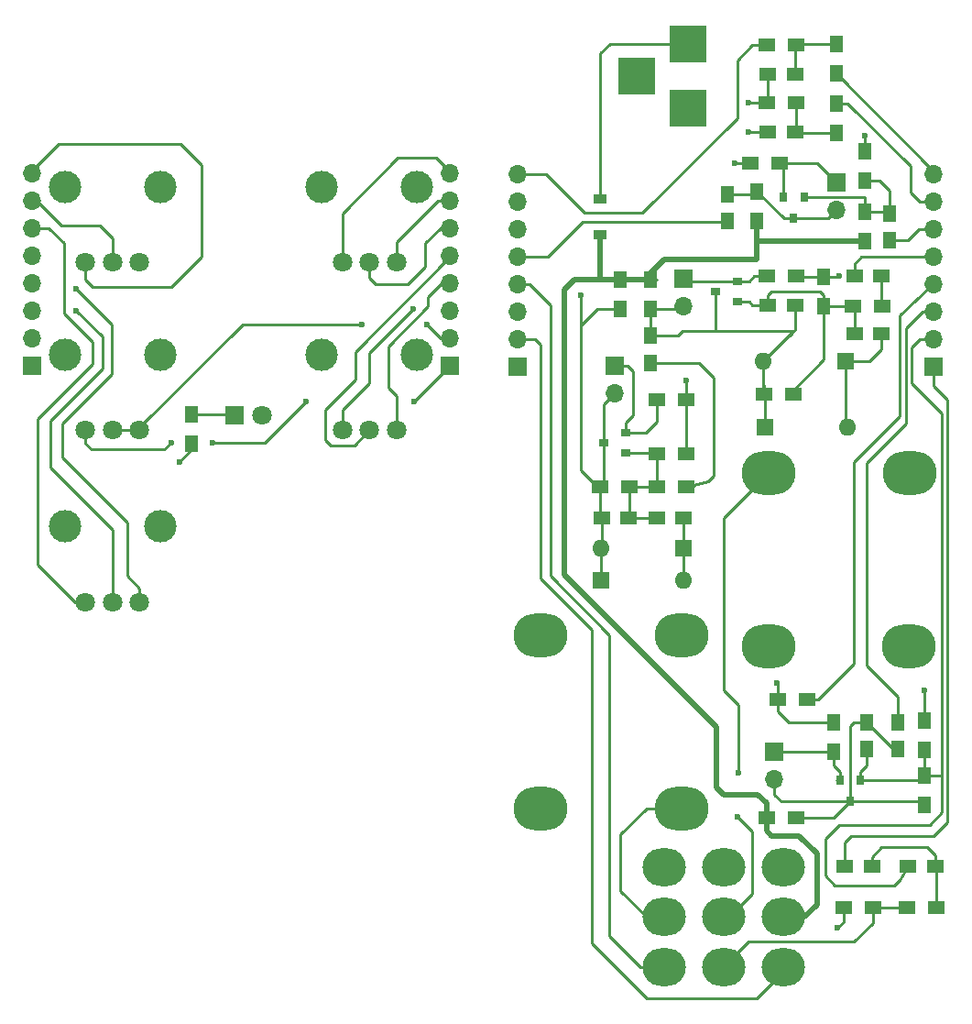
<source format=gbr>
G04 #@! TF.FileFunction,Copper,L1,Top,Signal*
%FSLAX46Y46*%
G04 Gerber Fmt 4.6, Leading zero omitted, Abs format (unit mm)*
G04 Created by KiCad (PCBNEW 4.0.7) date 02/24/18 21:29:38*
%MOMM*%
%LPD*%
G01*
G04 APERTURE LIST*
%ADD10C,0.100000*%
%ADD11C,1.800000*%
%ADD12C,3.000000*%
%ADD13O,5.000000X4.000000*%
%ADD14O,4.000000X3.500000*%
%ADD15R,1.700000X1.700000*%
%ADD16O,1.700000X1.700000*%
%ADD17R,1.500000X1.250000*%
%ADD18R,1.250000X1.500000*%
%ADD19R,1.200000X0.900000*%
%ADD20R,1.800000X1.800000*%
%ADD21R,0.800000X0.900000*%
%ADD22R,0.900000X0.800000*%
%ADD23R,1.500000X1.300000*%
%ADD24R,1.300000X1.500000*%
%ADD25R,1.600000X1.600000*%
%ADD26O,1.600000X1.600000*%
%ADD27R,3.500000X3.500000*%
%ADD28C,0.600000*%
%ADD29C,0.250000*%
%ADD30C,0.500000*%
G04 APERTURE END LIST*
D10*
D11*
X45546000Y-159639000D03*
X48046000Y-159639000D03*
X50546000Y-159639000D03*
D12*
X43646000Y-152639000D03*
X52446000Y-152639000D03*
D13*
X108689000Y-163702000D03*
X108689000Y-147702000D03*
X121689000Y-147702000D03*
X121666000Y-163702000D03*
D14*
X110021000Y-193322000D03*
X104521000Y-193322000D03*
X99021000Y-193322000D03*
X110021000Y-188722000D03*
X104521000Y-188722000D03*
X99021000Y-188722000D03*
X110021000Y-184122000D03*
X104521000Y-184122000D03*
X99021000Y-184122000D03*
D11*
X69295000Y-143764000D03*
X71795000Y-143764000D03*
X74295000Y-143764000D03*
D12*
X67395000Y-136764000D03*
X76195000Y-136764000D03*
D11*
X69295000Y-128270000D03*
X71795000Y-128270000D03*
X74295000Y-128270000D03*
D12*
X67395000Y-121270000D03*
X76195000Y-121270000D03*
D15*
X40640000Y-137795000D03*
D16*
X40640000Y-135255000D03*
X40640000Y-132715000D03*
X40640000Y-130175000D03*
X40640000Y-127635000D03*
X40640000Y-125095000D03*
X40640000Y-122555000D03*
X40640000Y-120015000D03*
D15*
X123952000Y-137922000D03*
D16*
X123952000Y-135382000D03*
X123952000Y-132842000D03*
X123952000Y-130302000D03*
X123952000Y-127762000D03*
X123952000Y-125222000D03*
X123952000Y-122682000D03*
X123952000Y-120142000D03*
D15*
X85471000Y-137922000D03*
D16*
X85471000Y-135382000D03*
X85471000Y-132842000D03*
X85471000Y-130302000D03*
X85471000Y-127762000D03*
X85471000Y-125222000D03*
X85471000Y-122682000D03*
X85471000Y-120142000D03*
D13*
X100607000Y-162688000D03*
X100607000Y-178688000D03*
X87607000Y-178688000D03*
X87630000Y-162688000D03*
D17*
X118217000Y-184023000D03*
X115717000Y-184023000D03*
X124059000Y-184023000D03*
X121559000Y-184023000D03*
D18*
X117729000Y-170708000D03*
X117729000Y-173208000D03*
X120650000Y-170708000D03*
X120650000Y-173208000D03*
D17*
X116606000Y-129540000D03*
X119106000Y-129540000D03*
X119106000Y-134874000D03*
X116606000Y-134874000D03*
X111105000Y-132207000D03*
X108605000Y-132207000D03*
D18*
X97790000Y-135021000D03*
X97790000Y-137521000D03*
D17*
X100818000Y-151892000D03*
X98318000Y-151892000D03*
X93238000Y-151892000D03*
X95738000Y-151892000D03*
X108605000Y-110871000D03*
X111105000Y-110871000D03*
X111105000Y-116205000D03*
X108605000Y-116205000D03*
D18*
X119888000Y-123718000D03*
X119888000Y-126218000D03*
X104902000Y-121940000D03*
X104902000Y-124440000D03*
D19*
X93091000Y-125729000D03*
X93091000Y-122429000D03*
D20*
X59309000Y-142367000D03*
D11*
X61849000Y-142367000D03*
X45546000Y-143764000D03*
X48046000Y-143764000D03*
X50546000Y-143764000D03*
D12*
X43646000Y-136764000D03*
X52446000Y-136764000D03*
D15*
X79248000Y-137795000D03*
D16*
X79248000Y-135255000D03*
X79248000Y-132715000D03*
X79248000Y-130175000D03*
X79248000Y-127635000D03*
X79248000Y-125095000D03*
X79248000Y-122555000D03*
X79248000Y-120015000D03*
D11*
X45546000Y-128270000D03*
X48046000Y-128270000D03*
X50546000Y-128270000D03*
D12*
X43646000Y-121270000D03*
X52446000Y-121270000D03*
D21*
X117155000Y-176038000D03*
X115255000Y-176038000D03*
X116205000Y-178038000D03*
D22*
X105775000Y-131887000D03*
X105775000Y-129987000D03*
X103775000Y-130937000D03*
X95488000Y-145857000D03*
X95488000Y-143957000D03*
X93488000Y-144907000D03*
D21*
X111948000Y-122190000D03*
X110048000Y-122190000D03*
X110998000Y-124190000D03*
D23*
X118317000Y-187833000D03*
X115617000Y-187833000D03*
X124159000Y-187833000D03*
X121459000Y-187833000D03*
D24*
X123063000Y-170608000D03*
X123063000Y-173308000D03*
X123063000Y-178388000D03*
X123063000Y-175688000D03*
D23*
X111205000Y-179578000D03*
X108505000Y-179578000D03*
D24*
X114681000Y-170735000D03*
X114681000Y-173435000D03*
D23*
X112221000Y-168656000D03*
X109521000Y-168656000D03*
X119206000Y-132334000D03*
X116506000Y-132334000D03*
D24*
X113792000Y-132287000D03*
X113792000Y-129587000D03*
D23*
X108251000Y-140462000D03*
X110951000Y-140462000D03*
D24*
X97790000Y-129841000D03*
X97790000Y-132541000D03*
D23*
X108505000Y-129540000D03*
X111205000Y-129540000D03*
X101045000Y-148971000D03*
X98345000Y-148971000D03*
X98345000Y-145923000D03*
X101045000Y-145923000D03*
X93138000Y-148971000D03*
X95838000Y-148971000D03*
D24*
X94996000Y-129841000D03*
X94996000Y-132541000D03*
D23*
X98345000Y-140970000D03*
X101045000Y-140970000D03*
X108505000Y-108204000D03*
X111205000Y-108204000D03*
X111205000Y-113538000D03*
X108505000Y-113538000D03*
D24*
X114935000Y-113585000D03*
X114935000Y-116285000D03*
X114935000Y-110824000D03*
X114935000Y-108124000D03*
X117602000Y-126318000D03*
X117602000Y-123618000D03*
X117602000Y-120730000D03*
X117602000Y-118030000D03*
X107569000Y-124413000D03*
X107569000Y-121713000D03*
D23*
X109681000Y-119126000D03*
X106981000Y-119126000D03*
D24*
X55372000Y-142287000D03*
X55372000Y-144987000D03*
D15*
X109220000Y-173482000D03*
D16*
X109220000Y-176022000D03*
D15*
X100838000Y-129794000D03*
D16*
X100838000Y-132334000D03*
D15*
X94488000Y-137795000D03*
D16*
X94488000Y-140335000D03*
D15*
X114935000Y-120904000D03*
D16*
X114935000Y-123444000D03*
D25*
X108331000Y-143510000D03*
D26*
X115951000Y-143510000D03*
D25*
X115824000Y-137414000D03*
D26*
X108204000Y-137414000D03*
D25*
X93218000Y-157607000D03*
D26*
X100838000Y-157607000D03*
D25*
X100838000Y-154686000D03*
D26*
X93218000Y-154686000D03*
D27*
X101219000Y-114046000D03*
X101219000Y-108046000D03*
X96519000Y-111046000D03*
D28*
X117602000Y-116586000D03*
X106807000Y-116205000D03*
X109474000Y-167132000D03*
X123063000Y-167767000D03*
X101092000Y-139192000D03*
X115189000Y-129540000D03*
X105537000Y-119126000D03*
X115062000Y-189738000D03*
X105918000Y-175387000D03*
X105791000Y-179451000D03*
X75819000Y-132588000D03*
X54229000Y-146685000D03*
X44704000Y-132715000D03*
X53467000Y-144907000D03*
X57277000Y-144907000D03*
X65913000Y-141097000D03*
X75946000Y-141097000D03*
X77089000Y-133985000D03*
X71120000Y-133985000D03*
X44704000Y-130683000D03*
X91313000Y-131318000D03*
X106807000Y-113538000D03*
D29*
X118217000Y-184023000D02*
X118217000Y-183154000D01*
X124059000Y-182987000D02*
X124059000Y-184023000D01*
X123317000Y-182245000D02*
X124059000Y-182987000D01*
X119126000Y-182245000D02*
X123317000Y-182245000D01*
X118217000Y-183154000D02*
X119126000Y-182245000D01*
X124159000Y-187833000D02*
X124159000Y-184123000D01*
X124159000Y-184123000D02*
X124059000Y-184023000D01*
X119106000Y-129540000D02*
X119106000Y-132234000D01*
X119106000Y-132234000D02*
X119206000Y-132334000D01*
X115824000Y-137414000D02*
X115824000Y-143383000D01*
X115824000Y-143383000D02*
X115951000Y-143510000D01*
X115824000Y-137414000D02*
X117983000Y-137414000D01*
X119106000Y-136291000D02*
X119106000Y-134874000D01*
X117983000Y-137414000D02*
X119106000Y-136291000D01*
X117602000Y-118030000D02*
X117602000Y-116586000D01*
X108605000Y-116205000D02*
X106807000Y-116205000D01*
X109521000Y-168656000D02*
X109521000Y-169719000D01*
X109521000Y-169719000D02*
X110537000Y-170735000D01*
X113792000Y-129587000D02*
X111252000Y-129587000D01*
X111252000Y-129587000D02*
X111205000Y-129540000D01*
X109521000Y-168656000D02*
X109521000Y-167179000D01*
X109521000Y-167179000D02*
X109474000Y-167132000D01*
X113745000Y-129540000D02*
X113792000Y-129587000D01*
X114681000Y-170735000D02*
X110537000Y-170735000D01*
X113458000Y-129921000D02*
X113792000Y-129587000D01*
X123063000Y-170608000D02*
X123063000Y-167767000D01*
X101045000Y-140970000D02*
X101045000Y-139239000D01*
X101045000Y-139239000D02*
X101092000Y-139192000D01*
X113792000Y-129587000D02*
X115142000Y-129587000D01*
X115142000Y-129587000D02*
X115189000Y-129540000D01*
X113745000Y-129540000D02*
X113792000Y-129587000D01*
X106981000Y-119126000D02*
X105537000Y-119126000D01*
X115617000Y-187833000D02*
X115617000Y-189183000D01*
X115617000Y-189183000D02*
X115062000Y-189738000D01*
X101045000Y-145923000D02*
X101045000Y-140970000D01*
X111205000Y-113538000D02*
X111205000Y-116105000D01*
X111205000Y-116105000D02*
X111385000Y-116285000D01*
X111385000Y-116285000D02*
X114935000Y-116285000D01*
D30*
X117602000Y-126318000D02*
X107569000Y-126318000D01*
X107569000Y-126318000D02*
X107569000Y-126238000D01*
X108505000Y-179578000D02*
X108505000Y-180768000D01*
X108966000Y-181229000D02*
X110109000Y-181229000D01*
X108505000Y-180768000D02*
X108966000Y-181229000D01*
X103886000Y-175514000D02*
X103886000Y-176784000D01*
X108505000Y-178228000D02*
X108505000Y-179578000D01*
X107696000Y-177419000D02*
X108505000Y-178228000D01*
X104521000Y-177419000D02*
X107696000Y-177419000D01*
X103886000Y-176784000D02*
X104521000Y-177419000D01*
X103886000Y-171196000D02*
X103886000Y-175514000D01*
X89789000Y-130810000D02*
X90758000Y-129841000D01*
X89789000Y-157099000D02*
X89789000Y-130810000D01*
X90758000Y-129841000D02*
X93091000Y-129841000D01*
X103886000Y-171196000D02*
X89789000Y-157099000D01*
D29*
X108505000Y-179578000D02*
X108505000Y-180133000D01*
D30*
X110109000Y-181229000D02*
X111506000Y-181229000D01*
X113157000Y-187579000D02*
X112014000Y-188722000D01*
X113157000Y-182880000D02*
X113157000Y-187579000D01*
X111506000Y-181229000D02*
X113157000Y-182880000D01*
X112014000Y-188722000D02*
X110021000Y-188722000D01*
X97790000Y-129841000D02*
X97790000Y-129286000D01*
X97790000Y-129286000D02*
X99060000Y-128016000D01*
X93091000Y-125729000D02*
X93091000Y-129841000D01*
X94996000Y-129841000D02*
X97790000Y-129841000D01*
X93091000Y-129841000D02*
X94996000Y-129841000D01*
X93092000Y-125730000D02*
X93091000Y-125729000D01*
X92964000Y-125856000D02*
X93091000Y-125729000D01*
X107569000Y-128016000D02*
X107569000Y-126238000D01*
X107569000Y-126238000D02*
X107569000Y-124413000D01*
X107569000Y-128016000D02*
X99060000Y-128016000D01*
X107569000Y-124413000D02*
X107569000Y-124460000D01*
X107268000Y-124714000D02*
X107569000Y-124413000D01*
D29*
X97790000Y-129841000D02*
X98378000Y-129841000D01*
X97790000Y-129841000D02*
X97790000Y-129493000D01*
X107569000Y-124413000D02*
X107649000Y-124413000D01*
X104521000Y-188722000D02*
X105029000Y-188722000D01*
X105029000Y-188722000D02*
X107188000Y-186563000D01*
X104521000Y-151870000D02*
X108689000Y-147702000D01*
X104521000Y-167767000D02*
X104521000Y-151870000D01*
X105918000Y-169164000D02*
X104521000Y-167767000D01*
X105918000Y-175387000D02*
X105918000Y-169164000D01*
X107188000Y-180848000D02*
X105791000Y-179451000D01*
X107188000Y-186563000D02*
X107188000Y-180848000D01*
X104521000Y-188722000D02*
X105410000Y-188722000D01*
X104521000Y-188722000D02*
X104267000Y-188722000D01*
X99021000Y-188722000D02*
X97409000Y-188722000D01*
X97409000Y-188722000D02*
X94996000Y-186309000D01*
X94996000Y-186309000D02*
X94996000Y-181102000D01*
X94996000Y-181102000D02*
X97410000Y-178688000D01*
X97410000Y-178688000D02*
X100607000Y-178688000D01*
X100607000Y-178688000D02*
X100607000Y-179474000D01*
X100607000Y-178688000D02*
X102361000Y-178688000D01*
X91503500Y-124523500D02*
X104818500Y-124523500D01*
X104818500Y-124523500D02*
X104902000Y-124440000D01*
X88265000Y-127762000D02*
X85471000Y-127762000D01*
X91503500Y-124523500D02*
X88265000Y-127762000D01*
X85725000Y-127762000D02*
X85471000Y-127762000D01*
X123952000Y-125222000D02*
X122555000Y-125222000D01*
X121559000Y-126218000D02*
X119888000Y-126218000D01*
X122555000Y-125222000D02*
X121559000Y-126218000D01*
X120650000Y-170708000D02*
X120650000Y-168402000D01*
X122936000Y-132842000D02*
X121412000Y-134366000D01*
X121412000Y-134366000D02*
X121412000Y-143129000D01*
X121412000Y-143129000D02*
X117729000Y-146812000D01*
X117729000Y-146812000D02*
X117729000Y-165481000D01*
X122936000Y-132842000D02*
X123825000Y-132842000D01*
X117729000Y-165481000D02*
X120650000Y-168402000D01*
X120122000Y-170708000D02*
X120650000Y-170708000D01*
X120650000Y-170708000D02*
X120650000Y-170180000D01*
X116606000Y-129540000D02*
X116606000Y-128377000D01*
X117221000Y-127762000D02*
X119126000Y-127762000D01*
X116606000Y-128377000D02*
X117221000Y-127762000D01*
X116606000Y-129540000D02*
X116713000Y-129540000D01*
X116606000Y-129540000D02*
X116606000Y-129393000D01*
X119126000Y-127762000D02*
X123825000Y-127762000D01*
X114935000Y-113585000D02*
X115998000Y-113585000D01*
X115998000Y-113585000D02*
X121793000Y-119380000D01*
X123825000Y-122682000D02*
X122682000Y-122682000D01*
X121793000Y-121793000D02*
X121793000Y-119380000D01*
X122682000Y-122682000D02*
X121793000Y-121793000D01*
X114935000Y-113585000D02*
X114982000Y-113585000D01*
X123952000Y-122682000D02*
X123825000Y-122682000D01*
X123952000Y-120142000D02*
X123952000Y-119841000D01*
X123952000Y-119841000D02*
X114935000Y-110824000D01*
X114935000Y-110824000D02*
X115269000Y-110824000D01*
X110021000Y-193322000D02*
X110021000Y-193763000D01*
X110021000Y-193763000D02*
X107569000Y-196215000D01*
X107569000Y-196215000D02*
X97409000Y-196215000D01*
X97409000Y-196215000D02*
X92329000Y-191135000D01*
X92329000Y-191135000D02*
X92329000Y-162179000D01*
X92329000Y-162179000D02*
X87630000Y-157480000D01*
X87630000Y-157480000D02*
X87630000Y-135890000D01*
X87630000Y-135890000D02*
X87122000Y-135382000D01*
X87122000Y-135382000D02*
X85471000Y-135382000D01*
X85471000Y-130302000D02*
X86614000Y-130302000D01*
X96802000Y-193322000D02*
X99021000Y-193322000D01*
X93980000Y-190500000D02*
X96802000Y-193322000D01*
X93980000Y-162687000D02*
X93980000Y-190500000D01*
X88519000Y-157226000D02*
X93980000Y-162687000D01*
X88519000Y-132207000D02*
X88519000Y-157226000D01*
X86614000Y-130302000D02*
X88519000Y-132207000D01*
X85471000Y-130302000D02*
X86106000Y-130302000D01*
X112221000Y-168656000D02*
X113284000Y-168656000D01*
X116586000Y-165354000D02*
X116586000Y-146685000D01*
X113284000Y-168656000D02*
X116586000Y-165354000D01*
X120777000Y-133170706D02*
X123825000Y-130302000D01*
X120777000Y-142494000D02*
X120777000Y-133170706D01*
X116586000Y-146685000D02*
X120777000Y-142494000D01*
X97790000Y-137521000D02*
X102215000Y-137521000D01*
X103124000Y-148463000D02*
X101045000Y-148971000D01*
X103632000Y-147955000D02*
X103124000Y-148463000D01*
X103632000Y-138938000D02*
X103632000Y-147955000D01*
X102215000Y-137521000D02*
X103632000Y-138938000D01*
X101045000Y-148971000D02*
X101727000Y-148971000D01*
X95738000Y-151892000D02*
X98318000Y-151892000D01*
X95488000Y-145857000D02*
X98279000Y-145857000D01*
X98279000Y-145857000D02*
X98345000Y-145923000D01*
X95845000Y-151785000D02*
X95738000Y-151892000D01*
X98345000Y-148971000D02*
X95838000Y-148971000D01*
X98345000Y-145923000D02*
X98345000Y-148971000D01*
X95758000Y-151912000D02*
X95838000Y-151832000D01*
X95838000Y-151832000D02*
X95838000Y-148971000D01*
X117602000Y-120730000D02*
X118952000Y-120730000D01*
X119888000Y-121666000D02*
X119888000Y-123718000D01*
X118952000Y-120730000D02*
X119888000Y-121666000D01*
X117602000Y-123618000D02*
X119788000Y-123618000D01*
X119788000Y-123618000D02*
X119888000Y-123718000D01*
X111948000Y-122190000D02*
X117602000Y-122190000D01*
X117602000Y-123618000D02*
X117602000Y-122190000D01*
X117715000Y-120843000D02*
X117602000Y-120730000D01*
X93091000Y-122429000D02*
X93091000Y-108966000D01*
X93091000Y-108966000D02*
X94011000Y-108046000D01*
X94011000Y-108046000D02*
X101219000Y-108046000D01*
X93091000Y-122429000D02*
X93091000Y-122047000D01*
X55372000Y-142287000D02*
X59229000Y-142287000D01*
X59229000Y-142287000D02*
X59309000Y-142367000D01*
X110021000Y-184122000D02*
X110021000Y-183300000D01*
X69295000Y-143764000D02*
X69295000Y-141906000D01*
X71755000Y-136652000D02*
X75819000Y-132588000D01*
X71755000Y-139446000D02*
X71755000Y-136652000D01*
X69295000Y-141906000D02*
X71755000Y-139446000D01*
X74295000Y-140589000D02*
X74295000Y-143764000D01*
X79248000Y-130175000D02*
X78486000Y-130175000D01*
X78486000Y-130175000D02*
X77216000Y-131445000D01*
X77216000Y-131445000D02*
X77216000Y-132334000D01*
X77216000Y-132334000D02*
X73533000Y-136017000D01*
X73533000Y-136017000D02*
X73533000Y-139827000D01*
X73533000Y-139827000D02*
X74295000Y-140589000D01*
X70398000Y-145161000D02*
X71795000Y-143764000D01*
X79248000Y-127635000D02*
X79248000Y-127762000D01*
X79248000Y-127762000D02*
X70485000Y-136525000D01*
X70485000Y-136525000D02*
X70485000Y-139065000D01*
X70485000Y-139065000D02*
X67691000Y-141859000D01*
X67691000Y-141859000D02*
X67691000Y-144653000D01*
X67691000Y-144653000D02*
X68199000Y-145161000D01*
X68199000Y-145161000D02*
X70398000Y-145161000D01*
X78359000Y-125095000D02*
X79248000Y-125095000D01*
X76962000Y-126492000D02*
X78359000Y-125095000D01*
X76962000Y-128651000D02*
X76962000Y-126492000D01*
X75311000Y-130302000D02*
X76962000Y-128651000D01*
X72390000Y-130302000D02*
X75311000Y-130302000D01*
X71795000Y-128270000D02*
X71795000Y-129707000D01*
X71795000Y-129707000D02*
X72390000Y-130302000D01*
X55372000Y-144987000D02*
X55372000Y-145542000D01*
X55372000Y-145542000D02*
X54229000Y-146685000D01*
X48046000Y-159639000D02*
X48046000Y-152948000D01*
X47117000Y-135128000D02*
X44704000Y-132715000D01*
X47117000Y-138049000D02*
X47117000Y-135128000D01*
X42291000Y-142875000D02*
X47117000Y-138049000D01*
X42291000Y-147193000D02*
X42291000Y-142875000D01*
X48046000Y-152948000D02*
X42291000Y-147193000D01*
X45546000Y-159639000D02*
X44577000Y-159639000D01*
X42164000Y-125095000D02*
X40640000Y-125095000D01*
X43561000Y-126492000D02*
X42164000Y-125095000D01*
X43561000Y-132969000D02*
X43561000Y-126492000D01*
X46228000Y-135636000D02*
X43561000Y-132969000D01*
X46228000Y-137668000D02*
X46228000Y-135636000D01*
X41148000Y-142748000D02*
X46228000Y-137668000D01*
X41148000Y-156210000D02*
X41148000Y-142748000D01*
X44577000Y-159639000D02*
X41148000Y-156210000D01*
X123952000Y-137922000D02*
X123952000Y-139700000D01*
X123952000Y-139700000D02*
X125222000Y-140970000D01*
X116332000Y-181229000D02*
X123952000Y-181229000D01*
X125222000Y-179959000D02*
X125222000Y-140970000D01*
X123952000Y-181229000D02*
X125222000Y-179959000D01*
X115717000Y-181844000D02*
X115717000Y-184023000D01*
X116332000Y-181229000D02*
X115717000Y-181844000D01*
X124714000Y-179070000D02*
X123571000Y-180213000D01*
X115189000Y-180213000D02*
X123571000Y-180213000D01*
X113919000Y-184912000D02*
X113919000Y-181483000D01*
X114808000Y-185801000D02*
X113919000Y-184912000D01*
X120269000Y-185801000D02*
X114808000Y-185801000D01*
X120797000Y-185273000D02*
X120269000Y-185801000D01*
X121559000Y-184023000D02*
X120797000Y-185273000D01*
X113919000Y-181483000D02*
X115189000Y-180213000D01*
X124714000Y-179070000D02*
X124714000Y-175641000D01*
X117155000Y-176038000D02*
X122713000Y-176038000D01*
X122713000Y-176038000D02*
X123063000Y-175688000D01*
X117155000Y-176038000D02*
X117155000Y-175326000D01*
X117729000Y-174752000D02*
X117729000Y-173208000D01*
X117155000Y-175326000D02*
X117729000Y-174752000D01*
X123063000Y-175688000D02*
X124714000Y-175688000D01*
X124714000Y-175688000D02*
X124714000Y-175641000D01*
X124714000Y-142240000D02*
X124714000Y-175641000D01*
X122682000Y-135382000D02*
X123952000Y-135382000D01*
X121920000Y-136144000D02*
X122682000Y-135382000D01*
X121920000Y-139446000D02*
X121920000Y-136144000D01*
X124714000Y-142240000D02*
X121920000Y-139446000D01*
X123063000Y-175688000D02*
X123063000Y-173308000D01*
X123063000Y-173308000D02*
X122963000Y-173208000D01*
X113792000Y-132287000D02*
X113792000Y-131318000D01*
X113411000Y-130937000D02*
X112014000Y-130937000D01*
X113792000Y-131318000D02*
X113411000Y-130937000D01*
X113792000Y-132287000D02*
X116459000Y-132287000D01*
X116459000Y-132287000D02*
X116506000Y-132334000D01*
X116606000Y-134874000D02*
X116606000Y-132434000D01*
X116606000Y-132434000D02*
X116506000Y-132334000D01*
X113792000Y-132287000D02*
X113792000Y-137240000D01*
X113792000Y-137240000D02*
X110951000Y-140081000D01*
X105775000Y-131887000D02*
X106868000Y-131887000D01*
X107188000Y-132207000D02*
X108605000Y-132207000D01*
X106868000Y-131887000D02*
X107188000Y-132207000D01*
X108605000Y-132207000D02*
X108605000Y-131298000D01*
X108605000Y-131298000D02*
X108966000Y-130937000D01*
X108966000Y-130937000D02*
X112014000Y-130937000D01*
X116606000Y-134874000D02*
X116479000Y-134894000D01*
X105791000Y-131903000D02*
X105775000Y-131887000D01*
X113872000Y-132207000D02*
X113792000Y-132287000D01*
X113872000Y-132287000D02*
X113792000Y-132287000D01*
X100838000Y-154686000D02*
X100838000Y-151912000D01*
X100838000Y-151912000D02*
X100818000Y-151892000D01*
X100838000Y-154686000D02*
X100838000Y-157607000D01*
X100838000Y-151912000D02*
X100818000Y-151892000D01*
X114935000Y-108124000D02*
X111285000Y-108124000D01*
X111285000Y-108124000D02*
X111105000Y-108304000D01*
X111105000Y-108304000D02*
X111105000Y-110871000D01*
X79248000Y-137795000D02*
X75946000Y-141097000D01*
X45546000Y-144987000D02*
X45546000Y-143764000D01*
X46101000Y-145542000D02*
X45546000Y-144987000D01*
X52832000Y-145542000D02*
X46101000Y-145542000D01*
X53467000Y-144907000D02*
X52832000Y-145542000D01*
X62103000Y-144907000D02*
X57277000Y-144907000D01*
X65913000Y-141097000D02*
X62103000Y-144907000D01*
X50546000Y-143764000D02*
X50546000Y-143510000D01*
X50546000Y-143510000D02*
X60071000Y-133985000D01*
X78359000Y-135255000D02*
X79248000Y-135255000D01*
X77089000Y-133985000D02*
X78359000Y-135255000D01*
X60071000Y-133985000D02*
X71120000Y-133985000D01*
X48046000Y-143764000D02*
X50546000Y-143764000D01*
X79248000Y-122555000D02*
X78105000Y-122555000D01*
X78105000Y-122555000D02*
X74295000Y-126365000D01*
X74295000Y-126365000D02*
X74295000Y-128270000D01*
X79248000Y-120015000D02*
X79248000Y-119888000D01*
X79248000Y-119888000D02*
X77978000Y-118618000D01*
X77978000Y-118618000D02*
X74422000Y-118618000D01*
X74422000Y-118618000D02*
X69295000Y-123745000D01*
X69295000Y-123745000D02*
X69295000Y-128270000D01*
X50546000Y-159639000D02*
X50546000Y-158369000D01*
X48006000Y-133985000D02*
X44704000Y-130683000D01*
X48006000Y-138557000D02*
X48006000Y-133985000D01*
X43434000Y-143129000D02*
X48006000Y-138557000D01*
X43434000Y-146304000D02*
X43434000Y-143129000D01*
X49403000Y-152273000D02*
X43434000Y-146304000D01*
X49403000Y-157226000D02*
X49403000Y-152273000D01*
X50546000Y-158369000D02*
X49403000Y-157226000D01*
X45546000Y-128270000D02*
X45546000Y-129874000D01*
X45546000Y-129874000D02*
X45720000Y-130048000D01*
X46228000Y-130556000D02*
X45720000Y-130048000D01*
X45720000Y-130048000D02*
X45546000Y-129874000D01*
X40640000Y-120015000D02*
X40640000Y-119761000D01*
X40640000Y-119761000D02*
X43053000Y-117348000D01*
X53467000Y-130556000D02*
X46228000Y-130556000D01*
X56261000Y-127762000D02*
X53467000Y-130556000D01*
X56261000Y-119253000D02*
X56261000Y-127762000D01*
X54356000Y-117348000D02*
X56261000Y-119253000D01*
X43053000Y-117348000D02*
X54356000Y-117348000D01*
X108505000Y-108204000D02*
X107188000Y-108204000D01*
X88138000Y-120142000D02*
X85471000Y-120142000D01*
X91694000Y-123698000D02*
X88138000Y-120142000D01*
X97028000Y-123698000D02*
X91694000Y-123698000D01*
X105791000Y-114935000D02*
X97028000Y-123698000D01*
X105791000Y-109601000D02*
X105791000Y-114935000D01*
X107188000Y-108204000D02*
X105791000Y-109601000D01*
X85471000Y-120142000D02*
X85471000Y-120015000D01*
X104521000Y-193322000D02*
X104521000Y-193294000D01*
X104521000Y-193294000D02*
X106807000Y-191008000D01*
X118317000Y-189277000D02*
X118317000Y-187833000D01*
X116586000Y-191008000D02*
X118317000Y-189277000D01*
X106807000Y-191008000D02*
X116586000Y-191008000D01*
X121459000Y-187833000D02*
X118317000Y-187833000D01*
X40640000Y-122555000D02*
X41021000Y-122555000D01*
X41021000Y-122555000D02*
X43307000Y-124841000D01*
X43307000Y-124841000D02*
X46863000Y-124841000D01*
X46863000Y-124841000D02*
X48046000Y-126024000D01*
X48046000Y-126024000D02*
X48046000Y-128270000D01*
X111205000Y-179578000D02*
X114665000Y-179578000D01*
X114665000Y-179578000D02*
X116205000Y-178038000D01*
X120650000Y-173208000D02*
X120229000Y-173208000D01*
X120229000Y-173208000D02*
X117729000Y-170708000D01*
X116205000Y-178038000D02*
X109839000Y-178038000D01*
X109220000Y-177419000D02*
X109220000Y-176022000D01*
X109839000Y-178038000D02*
X109220000Y-177419000D01*
X116205000Y-178038000D02*
X116205000Y-171069000D01*
X116566000Y-170708000D02*
X117729000Y-170708000D01*
X116205000Y-171069000D02*
X116566000Y-170708000D01*
X109220000Y-176022000D02*
X109220000Y-176149000D01*
X117455000Y-170708000D02*
X117729000Y-170708000D01*
X116205000Y-178038000D02*
X122713000Y-178038000D01*
X122713000Y-178038000D02*
X123063000Y-178388000D01*
X111105000Y-132207000D02*
X111105000Y-134513000D01*
X111105000Y-134513000D02*
X110998000Y-134620000D01*
X110998000Y-134620000D02*
X108204000Y-137414000D01*
X108204000Y-137414000D02*
X110871000Y-134747000D01*
X108204000Y-137414000D02*
X108204000Y-140034000D01*
X108204000Y-140034000D02*
X108331000Y-140161000D01*
X108331000Y-140161000D02*
X108331000Y-143510000D01*
X107743000Y-137508000D02*
X107823000Y-137588000D01*
X108251000Y-140081000D02*
X108251000Y-140128000D01*
X108458000Y-144018000D02*
X107950000Y-143510000D01*
X108251000Y-140081000D02*
X108251000Y-139620000D01*
X108251000Y-140509000D02*
X108251000Y-140081000D01*
X103775000Y-130937000D02*
X103775000Y-134620000D01*
X103775000Y-134620000D02*
X103759000Y-134620000D01*
X110998000Y-132314000D02*
X111105000Y-132207000D01*
X97790000Y-135021000D02*
X100310000Y-135021000D01*
X100711000Y-134620000D02*
X103759000Y-134620000D01*
X103759000Y-134620000D02*
X110998000Y-134620000D01*
X100310000Y-135021000D02*
X100711000Y-134620000D01*
X97790000Y-132541000D02*
X100631000Y-132541000D01*
X97790000Y-132541000D02*
X97790000Y-135021000D01*
X97690000Y-132441000D02*
X97790000Y-132541000D01*
X106807000Y-113538000D02*
X108505000Y-113538000D01*
X93218000Y-157607000D02*
X93218000Y-154686000D01*
X93218000Y-154686000D02*
X93238000Y-154666000D01*
X93238000Y-154666000D02*
X93238000Y-151892000D01*
X91313000Y-134239000D02*
X91313000Y-131318000D01*
X91313000Y-147447000D02*
X91313000Y-134239000D01*
X91313000Y-134239000D02*
X91313000Y-134112000D01*
X92329000Y-148463000D02*
X91313000Y-147447000D01*
X93138000Y-148971000D02*
X92329000Y-148463000D01*
X92884000Y-132541000D02*
X94996000Y-132541000D01*
X91313000Y-134112000D02*
X92884000Y-132541000D01*
X93488000Y-144907000D02*
X93488000Y-148621000D01*
X93488000Y-148621000D02*
X93138000Y-148971000D01*
X94488000Y-140335000D02*
X93472000Y-141351000D01*
X93472000Y-141351000D02*
X93472000Y-144891000D01*
X93472000Y-144891000D02*
X93488000Y-144907000D01*
X94996000Y-132461000D02*
X94996000Y-132541000D01*
X95114351Y-132342649D02*
X94996000Y-132541000D01*
X93238000Y-151892000D02*
X93238000Y-153905000D01*
X93238000Y-153905000D02*
X92838000Y-154305000D01*
X93138000Y-148971000D02*
X93138000Y-151792000D01*
X93138000Y-151792000D02*
X92838000Y-152092000D01*
X93488000Y-148621000D02*
X93138000Y-148971000D01*
X108605000Y-110871000D02*
X108605000Y-113438000D01*
X108605000Y-113438000D02*
X108505000Y-113538000D01*
X107569000Y-121713000D02*
X107616000Y-121713000D01*
X107616000Y-121713000D02*
X110093000Y-124190000D01*
X110093000Y-124190000D02*
X110998000Y-124190000D01*
X104902000Y-121940000D02*
X107342000Y-121940000D01*
X107342000Y-121940000D02*
X107569000Y-121713000D01*
X110998000Y-124190000D02*
X114189000Y-124190000D01*
X114189000Y-124190000D02*
X114935000Y-123444000D01*
X107569000Y-121713000D02*
X107997000Y-121713000D01*
X110728000Y-124460000D02*
X110998000Y-124190000D01*
X104802000Y-121840000D02*
X104902000Y-121940000D01*
X115255000Y-176038000D02*
X115255000Y-175326000D01*
X114681000Y-174752000D02*
X114681000Y-173435000D01*
X115255000Y-175326000D02*
X114681000Y-174752000D01*
X115255000Y-176038000D02*
X114951000Y-176038000D01*
X114681000Y-173435000D02*
X115015000Y-173435000D01*
X109220000Y-173482000D02*
X114634000Y-173482000D01*
X114634000Y-173482000D02*
X114681000Y-173435000D01*
X114681000Y-173435000D02*
X114761000Y-173435000D01*
X105775000Y-129987000D02*
X101031000Y-129987000D01*
X101031000Y-129987000D02*
X100838000Y-129794000D01*
X105775000Y-129987000D02*
X106868000Y-129987000D01*
X107315000Y-129540000D02*
X108505000Y-129540000D01*
X106868000Y-129987000D02*
X107315000Y-129540000D01*
X105582000Y-129794000D02*
X105775000Y-129987000D01*
X105709000Y-129921000D02*
X105775000Y-129987000D01*
X108439000Y-129606000D02*
X108505000Y-129540000D01*
X98345000Y-140970000D02*
X98345000Y-142955000D01*
X98345000Y-142955000D02*
X97343000Y-143957000D01*
X96139000Y-138303000D02*
X96139000Y-142367000D01*
X95488000Y-143018000D02*
X95488000Y-143957000D01*
X96139000Y-142367000D02*
X95488000Y-143018000D01*
X94488000Y-137795000D02*
X95631000Y-137795000D01*
X95631000Y-137795000D02*
X96139000Y-138303000D01*
X95488000Y-143957000D02*
X97343000Y-143957000D01*
X94488000Y-137795000D02*
X95123000Y-137795000D01*
X98279000Y-141036000D02*
X98345000Y-140970000D01*
X109681000Y-119126000D02*
X113157000Y-119126000D01*
X113157000Y-119126000D02*
X114935000Y-120904000D01*
X110048000Y-122190000D02*
X110048000Y-119493000D01*
X110048000Y-119493000D02*
X109681000Y-119126000D01*
M02*

</source>
